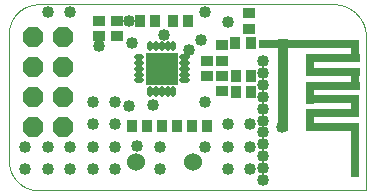
<source format=gts>
G75*
%MOIN*%
%OFA0B0*%
%FSLAX25Y25*%
%IPPOS*%
%LPD*%
%AMOC8*
5,1,8,0,0,1.08239X$1,22.5*
%
%ADD10C,0.00000*%
%ADD11R,0.33800X0.03000*%
%ADD12R,0.02900X0.07600*%
%ADD13R,0.18000X0.02900*%
%ADD14R,0.02900X0.07500*%
%ADD15R,0.02900X0.06700*%
%ADD16R,0.17900X0.02800*%
%ADD17R,0.02800X0.07400*%
%ADD18R,0.17800X0.02900*%
%ADD19R,0.02800X0.07500*%
%ADD20R,0.17800X0.02800*%
%ADD21R,0.02900X0.18000*%
%ADD22R,0.03200X0.30600*%
%ADD23R,0.04343X0.03556*%
%ADD24R,0.03556X0.04343*%
%ADD25R,0.10700X0.10700*%
%ADD26C,0.01955*%
%ADD27C,0.06000*%
%ADD28OC8,0.06800*%
%ADD29C,0.03981*%
D10*
X0011350Y0008680D02*
X0120500Y0008680D01*
X0120500Y0059915D01*
X0120497Y0060175D01*
X0120487Y0060435D01*
X0120472Y0060695D01*
X0120450Y0060954D01*
X0120422Y0061212D01*
X0120387Y0061470D01*
X0120346Y0061727D01*
X0120299Y0061983D01*
X0120246Y0062238D01*
X0120187Y0062491D01*
X0120122Y0062743D01*
X0120051Y0062993D01*
X0119973Y0063241D01*
X0119890Y0063488D01*
X0119801Y0063732D01*
X0119705Y0063974D01*
X0119604Y0064214D01*
X0119498Y0064451D01*
X0119385Y0064686D01*
X0119267Y0064917D01*
X0119143Y0065146D01*
X0119014Y0065372D01*
X0118880Y0065595D01*
X0118740Y0065814D01*
X0118595Y0066030D01*
X0118444Y0066242D01*
X0118289Y0066450D01*
X0118128Y0066655D01*
X0117963Y0066856D01*
X0117793Y0067053D01*
X0117618Y0067245D01*
X0117439Y0067434D01*
X0117255Y0067618D01*
X0117066Y0067797D01*
X0116874Y0067972D01*
X0116677Y0068142D01*
X0116476Y0068307D01*
X0116271Y0068468D01*
X0116063Y0068623D01*
X0115851Y0068774D01*
X0115635Y0068919D01*
X0115416Y0069059D01*
X0115193Y0069193D01*
X0114967Y0069322D01*
X0114738Y0069446D01*
X0114507Y0069564D01*
X0114272Y0069677D01*
X0114035Y0069783D01*
X0113795Y0069884D01*
X0113553Y0069980D01*
X0113309Y0070069D01*
X0113062Y0070152D01*
X0112814Y0070230D01*
X0112564Y0070301D01*
X0112312Y0070366D01*
X0112059Y0070425D01*
X0111804Y0070478D01*
X0111548Y0070525D01*
X0111291Y0070566D01*
X0111033Y0070601D01*
X0110775Y0070629D01*
X0110516Y0070651D01*
X0110256Y0070666D01*
X0109996Y0070676D01*
X0109736Y0070679D01*
X0109736Y0070680D02*
X0011312Y0070680D01*
X0011075Y0070677D01*
X0010838Y0070669D01*
X0010601Y0070654D01*
X0010365Y0070634D01*
X0010129Y0070608D01*
X0009894Y0070577D01*
X0009660Y0070540D01*
X0009427Y0070497D01*
X0009195Y0070449D01*
X0008964Y0070395D01*
X0008734Y0070335D01*
X0008506Y0070270D01*
X0008280Y0070200D01*
X0008055Y0070124D01*
X0007833Y0070042D01*
X0007612Y0069956D01*
X0007393Y0069864D01*
X0007177Y0069766D01*
X0006963Y0069664D01*
X0006752Y0069556D01*
X0006544Y0069443D01*
X0006338Y0069326D01*
X0006135Y0069203D01*
X0005935Y0069075D01*
X0005738Y0068943D01*
X0005545Y0068806D01*
X0005355Y0068664D01*
X0005168Y0068518D01*
X0004985Y0068367D01*
X0004805Y0068212D01*
X0004630Y0068053D01*
X0004458Y0067889D01*
X0004291Y0067722D01*
X0004127Y0067550D01*
X0003968Y0067375D01*
X0003813Y0067195D01*
X0003662Y0067012D01*
X0003516Y0066825D01*
X0003374Y0066635D01*
X0003237Y0066442D01*
X0003105Y0066245D01*
X0002977Y0066045D01*
X0002854Y0065842D01*
X0002737Y0065636D01*
X0002624Y0065428D01*
X0002516Y0065217D01*
X0002414Y0065003D01*
X0002316Y0064787D01*
X0002224Y0064568D01*
X0002138Y0064347D01*
X0002056Y0064125D01*
X0001980Y0063900D01*
X0001910Y0063674D01*
X0001845Y0063446D01*
X0001785Y0063216D01*
X0001731Y0062985D01*
X0001683Y0062753D01*
X0001640Y0062520D01*
X0001603Y0062286D01*
X0001572Y0062051D01*
X0001546Y0061815D01*
X0001526Y0061579D01*
X0001511Y0061342D01*
X0001503Y0061105D01*
X0001500Y0060868D01*
X0001500Y0018530D01*
X0001503Y0018292D01*
X0001512Y0018054D01*
X0001526Y0017817D01*
X0001546Y0017579D01*
X0001572Y0017343D01*
X0001603Y0017107D01*
X0001641Y0016872D01*
X0001684Y0016638D01*
X0001732Y0016405D01*
X0001786Y0016173D01*
X0001846Y0015942D01*
X0001911Y0015713D01*
X0001982Y0015486D01*
X0002058Y0015261D01*
X0002140Y0015037D01*
X0002227Y0014816D01*
X0002320Y0014596D01*
X0002417Y0014379D01*
X0002520Y0014165D01*
X0002628Y0013952D01*
X0002741Y0013743D01*
X0002860Y0013536D01*
X0002983Y0013333D01*
X0003111Y0013132D01*
X0003244Y0012935D01*
X0003381Y0012740D01*
X0003523Y0012549D01*
X0003670Y0012362D01*
X0003821Y0012178D01*
X0003977Y0011998D01*
X0004137Y0011822D01*
X0004301Y0011650D01*
X0004470Y0011481D01*
X0004642Y0011317D01*
X0004818Y0011157D01*
X0004998Y0011001D01*
X0005182Y0010850D01*
X0005369Y0010703D01*
X0005560Y0010561D01*
X0005755Y0010424D01*
X0005952Y0010291D01*
X0006153Y0010163D01*
X0006356Y0010040D01*
X0006563Y0009921D01*
X0006772Y0009808D01*
X0006985Y0009700D01*
X0007199Y0009597D01*
X0007416Y0009500D01*
X0007636Y0009407D01*
X0007857Y0009320D01*
X0008081Y0009238D01*
X0008306Y0009162D01*
X0008533Y0009091D01*
X0008762Y0009026D01*
X0008993Y0008966D01*
X0009225Y0008912D01*
X0009458Y0008864D01*
X0009692Y0008821D01*
X0009927Y0008783D01*
X0010163Y0008752D01*
X0010399Y0008726D01*
X0010637Y0008706D01*
X0010874Y0008692D01*
X0011112Y0008683D01*
X0011350Y0008680D01*
D11*
X0101400Y0057480D03*
D12*
X0116950Y0055180D03*
D13*
X0109400Y0052830D03*
X0109400Y0048230D03*
D14*
X0101850Y0050530D03*
D15*
X0116950Y0045530D03*
D16*
X0109450Y0043580D03*
D17*
X0101900Y0041280D03*
X0101900Y0032080D03*
D18*
X0109400Y0029830D03*
X0109400Y0039030D03*
D19*
X0116900Y0036730D03*
D20*
X0109400Y0034380D03*
D21*
X0116850Y0022280D03*
D22*
X0092700Y0043680D03*
D23*
X0072431Y0041661D03*
X0072431Y0046779D03*
X0067431Y0046661D03*
X0067431Y0051779D03*
X0072460Y0051951D03*
X0072460Y0057069D03*
X0081531Y0062561D03*
X0081531Y0067679D03*
X0037500Y0065239D03*
X0031500Y0065239D03*
X0031500Y0060121D03*
X0037500Y0060121D03*
D24*
X0045210Y0065040D03*
X0050328Y0065040D03*
X0056210Y0065040D03*
X0061328Y0065040D03*
X0076972Y0057720D03*
X0082090Y0057720D03*
X0082319Y0046810D03*
X0077201Y0046810D03*
X0077201Y0041610D03*
X0082319Y0041610D03*
X0067490Y0030220D03*
X0062372Y0030220D03*
X0057490Y0030220D03*
X0052372Y0030220D03*
X0047490Y0030220D03*
X0042372Y0030220D03*
D25*
X0052431Y0049220D03*
D26*
X0059238Y0049220D02*
X0060784Y0049220D01*
X0059238Y0049220D02*
X0059238Y0049220D01*
X0060784Y0049220D01*
X0060784Y0049220D01*
X0060784Y0047279D02*
X0059238Y0047279D01*
X0060784Y0047279D02*
X0060784Y0047279D01*
X0059238Y0047279D01*
X0059238Y0047279D01*
X0059238Y0045337D02*
X0060784Y0045337D01*
X0060784Y0045337D01*
X0059238Y0045337D01*
X0059238Y0045337D01*
X0056314Y0042413D02*
X0056314Y0040867D01*
X0056314Y0040867D01*
X0056314Y0042413D01*
X0056314Y0042413D01*
X0054372Y0042413D02*
X0054372Y0040867D01*
X0054372Y0040867D01*
X0054372Y0042413D01*
X0054372Y0042413D01*
X0052431Y0042413D02*
X0052431Y0040867D01*
X0052431Y0042413D02*
X0052431Y0042413D01*
X0052431Y0040867D01*
X0052431Y0040867D01*
X0050489Y0040867D02*
X0050489Y0042413D01*
X0050489Y0042413D01*
X0050489Y0040867D01*
X0050489Y0040867D01*
X0048548Y0040867D02*
X0048548Y0042413D01*
X0048548Y0042413D01*
X0048548Y0040867D01*
X0048548Y0040867D01*
X0045623Y0045337D02*
X0044077Y0045337D01*
X0045623Y0045337D02*
X0045623Y0045337D01*
X0044077Y0045337D01*
X0044077Y0045337D01*
X0044077Y0047279D02*
X0045623Y0047279D01*
X0044077Y0047279D02*
X0044077Y0047279D01*
X0045623Y0047279D01*
X0045623Y0047279D01*
X0045623Y0049220D02*
X0044077Y0049220D01*
X0044077Y0049220D01*
X0045623Y0049220D01*
X0045623Y0049220D01*
X0045623Y0051161D02*
X0044077Y0051161D01*
X0044077Y0051161D01*
X0045623Y0051161D01*
X0045623Y0051161D01*
X0045623Y0053103D02*
X0044077Y0053103D01*
X0044077Y0053103D01*
X0045623Y0053103D01*
X0045623Y0053103D01*
X0048548Y0056027D02*
X0048548Y0057573D01*
X0048548Y0056027D02*
X0048548Y0056027D01*
X0048548Y0057573D01*
X0048548Y0057573D01*
X0050489Y0057573D02*
X0050489Y0056027D01*
X0050489Y0056027D01*
X0050489Y0057573D01*
X0050489Y0057573D01*
X0052431Y0057573D02*
X0052431Y0056027D01*
X0052431Y0056027D01*
X0052431Y0057573D01*
X0052431Y0057573D01*
X0054372Y0057573D02*
X0054372Y0056027D01*
X0054372Y0057573D02*
X0054372Y0057573D01*
X0054372Y0056027D01*
X0054372Y0056027D01*
X0056314Y0056027D02*
X0056314Y0057573D01*
X0056314Y0056027D02*
X0056314Y0056027D01*
X0056314Y0057573D01*
X0056314Y0057573D01*
X0059238Y0053103D02*
X0060784Y0053103D01*
X0059238Y0053103D02*
X0059238Y0053103D01*
X0060784Y0053103D01*
X0060784Y0053103D01*
X0060784Y0051161D02*
X0059238Y0051161D01*
X0059238Y0051161D01*
X0060784Y0051161D01*
X0060784Y0051161D01*
D27*
X0062931Y0018220D03*
X0043931Y0018220D03*
D28*
X0019500Y0029680D03*
X0009500Y0029680D03*
X0009500Y0039680D03*
X0019500Y0039680D03*
X0019500Y0049680D03*
X0009500Y0049680D03*
X0009500Y0059680D03*
X0019500Y0059680D03*
D29*
X0031500Y0056680D03*
X0042500Y0057680D03*
X0050300Y0051280D03*
X0054500Y0051280D03*
X0054300Y0047280D03*
X0050300Y0047280D03*
X0061631Y0055320D03*
X0065500Y0058680D03*
X0074500Y0064680D03*
X0067000Y0068180D03*
X0053231Y0060520D03*
X0041431Y0065220D03*
X0022000Y0068180D03*
X0014500Y0068180D03*
X0029500Y0038180D03*
X0037000Y0038180D03*
X0041500Y0036680D03*
X0049431Y0037020D03*
X0037000Y0030680D03*
X0029500Y0030680D03*
X0029500Y0023180D03*
X0022000Y0023180D03*
X0014500Y0023180D03*
X0007000Y0023180D03*
X0007000Y0015680D03*
X0014500Y0015680D03*
X0022000Y0015680D03*
X0029500Y0015680D03*
X0037000Y0015680D03*
X0037000Y0023180D03*
X0044300Y0023380D03*
X0052000Y0023180D03*
X0052000Y0015680D03*
X0067000Y0023180D03*
X0074500Y0023180D03*
X0082000Y0023180D03*
X0086100Y0024069D03*
X0086100Y0028006D03*
X0082000Y0030680D03*
X0086100Y0031943D03*
X0092600Y0029930D03*
X0086100Y0035880D03*
X0086100Y0039880D03*
X0086100Y0043880D03*
X0086100Y0047880D03*
X0086100Y0051880D03*
X0067000Y0038180D03*
X0074500Y0030680D03*
X0086100Y0020132D03*
X0086100Y0016195D03*
X0082000Y0015680D03*
X0086100Y0012258D03*
X0074500Y0015680D03*
M02*

</source>
